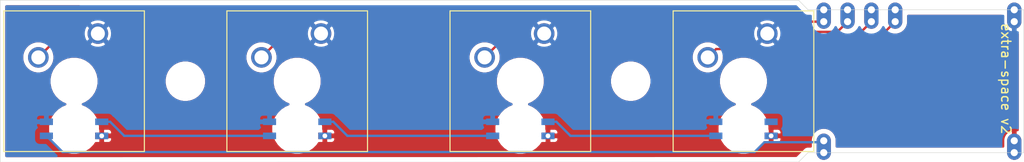
<source format=kicad_pcb>
(kicad_pcb (version 20171130) (host pcbnew "(5.1.7)-1")

  (general
    (thickness 1.6)
    (drawings 9)
    (tracks 31)
    (zones 0)
    (modules 7)
    (nets 12)
  )

  (page A4)
  (layers
    (0 F.Cu signal)
    (31 B.Cu signal)
    (32 B.Adhes user)
    (33 F.Adhes user)
    (34 B.Paste user)
    (35 F.Paste user)
    (36 B.SilkS user)
    (37 F.SilkS user)
    (38 B.Mask user)
    (39 F.Mask user)
    (40 Dwgs.User user)
    (41 Cmts.User user)
    (42 Eco1.User user)
    (43 Eco2.User user)
    (44 Edge.Cuts user)
    (45 Margin user)
    (46 B.CrtYd user)
    (47 F.CrtYd user)
    (48 B.Fab user)
    (49 F.Fab user)
  )

  (setup
    (last_trace_width 0.25)
    (trace_clearance 0.2)
    (zone_clearance 0.508)
    (zone_45_only no)
    (trace_min 0.2)
    (via_size 0.8)
    (via_drill 0.4)
    (via_min_size 0.4)
    (via_min_drill 0.3)
    (uvia_size 0.3)
    (uvia_drill 0.1)
    (uvias_allowed no)
    (uvia_min_size 0.2)
    (uvia_min_drill 0.1)
    (edge_width 0.05)
    (segment_width 0.2)
    (pcb_text_width 0.3)
    (pcb_text_size 1.5 1.5)
    (mod_edge_width 0.12)
    (mod_text_size 1 1)
    (mod_text_width 0.15)
    (pad_size 1.524 3.048)
    (pad_drill 0.762)
    (pad_to_mask_clearance 0)
    (aux_axis_origin 93.484762 101.426)
    (grid_origin 93.484762 101.426)
    (visible_elements 7FFFFFFF)
    (pcbplotparams
      (layerselection 0x010fc_ffffffff)
      (usegerberextensions false)
      (usegerberattributes true)
      (usegerberadvancedattributes true)
      (creategerberjobfile true)
      (excludeedgelayer true)
      (linewidth 0.100000)
      (plotframeref false)
      (viasonmask false)
      (mode 1)
      (useauxorigin false)
      (hpglpennumber 1)
      (hpglpenspeed 20)
      (hpglpendiameter 15.000000)
      (psnegative false)
      (psa4output false)
      (plotreference true)
      (plotvalue true)
      (plotinvisibletext false)
      (padsonsilk false)
      (subtractmaskfromsilk false)
      (outputformat 1)
      (mirror false)
      (drillshape 0)
      (scaleselection 1)
      (outputdirectory ""))
  )

  (net 0 "")
  (net 1 SW1)
  (net 2 GND)
  (net 3 "Net-(CMXRGB1-Pad4)")
  (net 4 "Net-(CMXRGB1-Pad5)")
  (net 5 +5V)
  (net 6 "Net-(CMXRGB2-Pad4)")
  (net 7 SW2)
  (net 8 SW3)
  (net 9 "Net-(CMXRGB3-Pad4)")
  (net 10 "Net-(CMXRGB4-Pad4)")
  (net 11 SW4)

  (net_class Default "This is the default net class."
    (clearance 0.2)
    (trace_width 0.25)
    (via_dia 0.8)
    (via_drill 0.4)
    (uvia_dia 0.3)
    (uvia_drill 0.1)
    (add_net +5V)
    (add_net GND)
    (add_net "Net-(CMXRGB1-Pad4)")
    (add_net "Net-(CMXRGB1-Pad5)")
    (add_net "Net-(CMXRGB2-Pad4)")
    (add_net "Net-(CMXRGB3-Pad4)")
    (add_net "Net-(CMXRGB4-Pad4)")
    (add_net SW1)
    (add_net SW2)
    (add_net SW3)
    (add_net SW4)
  )

  (module Switch_Cherry_MX:CHERRY_RGB (layer F.Cu) (tedit 5F7E35B3) (tstamp 5F7BA925)
    (at 172.758762 92.79)
    (path /5F73ED7E)
    (fp_text reference CMXRGB4 (at 0 -3.5) (layer F.SilkS) hide
      (effects (font (size 1 1) (thickness 0.15)))
    )
    (fp_text value CHERRY_RGB (at 5 0 -90) (layer F.Fab)
      (effects (font (size 1 1) (thickness 0.15)))
    )
    (fp_line (start 7.5 7.5) (end 7.5 -7.5) (layer F.SilkS) (width 0.12))
    (fp_line (start 7.5 -7.5) (end -7.5 -7.5) (layer F.SilkS) (width 0.12))
    (fp_line (start -7.5 -7.5) (end -7.5 7.5) (layer F.SilkS) (width 0.12))
    (fp_line (start -7.5 7.5) (end 7.5 7.5) (layer F.SilkS) (width 0.12))
    (pad "" np_thru_hole circle (at 0 5.08) (size 4.3 4.3) (drill 4.3) (layers *.Cu *.Mask)
      (clearance 0.1))
    (pad "" np_thru_hole circle (at 0 0) (size 4 4) (drill 4) (layers *.Cu *.Mask))
    (pad 6 thru_hole rect (at 2.95 5.83) (size 1.4 0.7) (drill 0.5) (layers *.Cu *.Mask)
      (net 5 +5V) (clearance 0.1))
    (pad 5 smd rect (at -2.95 5.83) (size 1.4 0.7) (layers B.Cu B.Mask)
      (net 9 "Net-(CMXRGB3-Pad4)") (clearance 0.1))
    (pad 4 smd rect (at 2.95 4.33) (size 1.4 0.7) (layers B.Cu B.Mask)
      (net 10 "Net-(CMXRGB4-Pad4)") (clearance 0.1))
    (pad 3 smd rect (at -2.95 4.33) (size 1.4 0.7) (layers B.Cu B.Mask)
      (net 2 GND) (clearance 0.1))
    (pad 2 thru_hole circle (at 2.54 -5.08) (size 2.2 2.2) (drill 1.5) (layers *.Cu *.Mask)
      (net 2 GND))
    (pad 1 thru_hole circle (at -3.81 -2.54) (size 2.2 2.2) (drill 1.5) (layers *.Cu *.Mask)
      (net 11 SW4))
  )

  (module Switch_Cherry_MX:CHERRY_RGB (layer F.Cu) (tedit 5F7E35A6) (tstamp 5F73F167)
    (at 148.958762 92.79)
    (path /5F72E727)
    (fp_text reference CMXRGB3 (at 0 -3.5) (layer F.SilkS) hide
      (effects (font (size 1 1) (thickness 0.15)))
    )
    (fp_text value CHERRY_RGB (at 5 0 -90) (layer F.Fab)
      (effects (font (size 1 1) (thickness 0.15)))
    )
    (fp_line (start 7.5 7.5) (end 7.5 -7.5) (layer F.SilkS) (width 0.12))
    (fp_line (start 7.5 -7.5) (end -7.5 -7.5) (layer F.SilkS) (width 0.12))
    (fp_line (start -7.5 -7.5) (end -7.5 7.5) (layer F.SilkS) (width 0.12))
    (fp_line (start -7.5 7.5) (end 7.5 7.5) (layer F.SilkS) (width 0.12))
    (pad "" np_thru_hole circle (at 0 5.08) (size 4.3 4.3) (drill 4.3) (layers *.Cu *.Mask)
      (clearance 0.1))
    (pad "" np_thru_hole circle (at 0 0) (size 4 4) (drill 4) (layers *.Cu *.Mask))
    (pad 6 thru_hole rect (at 2.95 5.83) (size 1.4 0.7) (drill 0.5) (layers *.Cu *.Mask)
      (net 5 +5V) (clearance 0.1))
    (pad 5 smd rect (at -2.95 5.83) (size 1.4 0.7) (layers B.Cu B.Mask)
      (net 6 "Net-(CMXRGB2-Pad4)") (clearance 0.1))
    (pad 4 smd rect (at 2.95 4.33) (size 1.4 0.7) (layers B.Cu B.Mask)
      (net 9 "Net-(CMXRGB3-Pad4)") (clearance 0.1))
    (pad 3 smd rect (at -2.95 4.33) (size 1.4 0.7) (layers B.Cu B.Mask)
      (net 2 GND) (clearance 0.1))
    (pad 2 thru_hole circle (at 2.54 -5.08) (size 2.2 2.2) (drill 1.5) (layers *.Cu *.Mask)
      (net 2 GND))
    (pad 1 thru_hole circle (at -3.81 -2.54) (size 2.2 2.2) (drill 1.5) (layers *.Cu *.Mask)
      (net 8 SW3))
  )

  (module Switch_Cherry_MX:CHERRY_RGB (layer F.Cu) (tedit 5F7E359D) (tstamp 5F73F153)
    (at 125.158762 92.79)
    (path /5F72DBAC)
    (fp_text reference CMXRGB2 (at 0 -3.5) (layer F.SilkS) hide
      (effects (font (size 1 1) (thickness 0.15)))
    )
    (fp_text value CHERRY_RGB (at 5 0 -90) (layer F.Fab)
      (effects (font (size 1 1) (thickness 0.15)))
    )
    (fp_line (start 7.5 7.5) (end 7.5 -7.5) (layer F.SilkS) (width 0.12))
    (fp_line (start 7.5 -7.5) (end -7.5 -7.5) (layer F.SilkS) (width 0.12))
    (fp_line (start -7.5 -7.5) (end -7.5 7.5) (layer F.SilkS) (width 0.12))
    (fp_line (start -7.5 7.5) (end 7.5 7.5) (layer F.SilkS) (width 0.12))
    (pad "" np_thru_hole circle (at 0 5.08) (size 4.3 4.3) (drill 4.3) (layers *.Cu *.Mask)
      (clearance 0.1))
    (pad "" np_thru_hole circle (at 0 0) (size 4 4) (drill 4) (layers *.Cu *.Mask))
    (pad 6 thru_hole rect (at 2.95 5.83) (size 1.4 0.7) (drill 0.5) (layers *.Cu *.Mask)
      (net 5 +5V) (clearance 0.1))
    (pad 5 smd rect (at -2.95 5.83) (size 1.4 0.7) (layers B.Cu B.Mask)
      (net 3 "Net-(CMXRGB1-Pad4)") (clearance 0.1))
    (pad 4 smd rect (at 2.95 4.33) (size 1.4 0.7) (layers B.Cu B.Mask)
      (net 6 "Net-(CMXRGB2-Pad4)") (clearance 0.1))
    (pad 3 smd rect (at -2.95 4.33) (size 1.4 0.7) (layers B.Cu B.Mask)
      (net 2 GND) (clearance 0.1))
    (pad 2 thru_hole circle (at 2.54 -5.08) (size 2.2 2.2) (drill 1.5) (layers *.Cu *.Mask)
      (net 2 GND))
    (pad 1 thru_hole circle (at -3.81 -2.54) (size 2.2 2.2) (drill 1.5) (layers *.Cu *.Mask)
      (net 7 SW2))
  )

  (module Switch_Cherry_MX:CHERRY_RGB (layer F.Cu) (tedit 5F7E358A) (tstamp 5F73F13F)
    (at 101.358762 92.79)
    (path /5F72CC93)
    (fp_text reference CMXRGB1 (at 0 -3.5) (layer F.SilkS) hide
      (effects (font (size 1 1) (thickness 0.15)))
    )
    (fp_text value CHERRY_RGB (at 5 0 -90) (layer F.Fab)
      (effects (font (size 1 1) (thickness 0.15)))
    )
    (fp_line (start 7.5 7.5) (end 7.5 -7.5) (layer F.SilkS) (width 0.12))
    (fp_line (start 7.5 -7.5) (end -7.5 -7.5) (layer F.SilkS) (width 0.12))
    (fp_line (start -7.5 -7.5) (end -7.5 7.5) (layer F.SilkS) (width 0.12))
    (fp_line (start -7.5 7.5) (end 7.5 7.5) (layer F.SilkS) (width 0.12))
    (pad "" np_thru_hole circle (at 0 5.08) (size 4.3 4.3) (drill 4.3) (layers *.Cu *.Mask)
      (clearance 0.1))
    (pad "" np_thru_hole circle (at 0 0) (size 4 4) (drill 4) (layers *.Cu *.Mask))
    (pad 6 thru_hole rect (at 2.95 5.83) (size 1.4 0.7) (drill 0.5) (layers *.Cu *.Mask)
      (net 5 +5V) (clearance 0.1))
    (pad 5 smd rect (at -2.95 5.83) (size 1.4 0.7) (layers B.Cu B.Mask)
      (net 4 "Net-(CMXRGB1-Pad5)") (clearance 0.1))
    (pad 4 smd rect (at 2.95 4.33) (size 1.4 0.7) (layers B.Cu B.Mask)
      (net 3 "Net-(CMXRGB1-Pad4)") (clearance 0.1))
    (pad 3 smd rect (at -2.95 4.33) (size 1.4 0.7) (layers B.Cu B.Mask)
      (net 2 GND) (clearance 0.1))
    (pad 2 thru_hole circle (at 2.54 -5.08) (size 2.2 2.2) (drill 1.5) (layers *.Cu *.Mask)
      (net 2 GND))
    (pad 1 thru_hole circle (at -3.81 -2.54) (size 2.2 2.2) (drill 1.5) (layers *.Cu *.Mask)
      (net 1 SW1))
  )

  (module Arduino_Custom:extra-space_pro_micro (layer F.Cu) (tedit 5F7B99FF) (tstamp 5F7BAA14)
    (at 191.480762 92.79)
    (path /5F774D33)
    (fp_text reference U1 (at 0 5.08) (layer F.SilkS) hide
      (effects (font (size 1 1) (thickness 0.15)))
    )
    (fp_text value extra-space_pro_micro (at 0 -5.08) (layer F.Fab)
      (effects (font (size 1 1) (thickness 0.15)))
    )
    (pad GND thru_hole oval (at 10.16 -6.35 180) (size 1.524 2.794) (drill 0.762 (offset 0 0.635)) (layers *.Cu *.Mask)
      (net 2 GND))
    (pad 6 thru_hole oval (at -2.54 -6.35 180) (size 1.524 2.794) (drill 0.762 (offset 0 0.635)) (layers *.Cu *.Mask)
      (net 11 SW4))
    (pad 7 thru_hole oval (at -5.08 -6.35 180) (size 1.524 2.794) (drill 0.762 (offset 0 0.635)) (layers *.Cu *.Mask)
      (net 8 SW3))
    (pad 8 thru_hole oval (at -7.62 -6.35 180) (size 1.524 2.794) (drill 0.762 (offset 0 0.635)) (layers *.Cu *.Mask)
      (net 7 SW2))
    (pad 9 thru_hole oval (at -10.16 -6.35 180) (size 1.524 2.794) (drill 0.762 (offset 0 0.635)) (layers *.Cu *.Mask)
      (net 1 SW1))
    (pad 10 thru_hole oval (at -10.16 6.35) (size 1.524 2.794) (drill 0.762 (offset 0 0.635)) (layers *.Cu *.Mask)
      (net 4 "Net-(CMXRGB1-Pad5)"))
    (pad VCC thru_hole oval (at 10.16 6.35) (size 1.524 2.794) (drill 0.762 (offset 0 0.635)) (layers *.Cu *.Mask)
      (net 5 +5V))
    (pad 10 thru_hole circle (at -10.16 7.62) (size 1.524 1.524) (drill 0.762) (layers *.Cu *.Mask)
      (net 4 "Net-(CMXRGB1-Pad5)"))
    (pad 9 thru_hole circle (at -10.16 -7.62) (size 1.524 1.524) (drill 0.762) (layers *.Cu *.Mask)
      (net 1 SW1))
    (pad 8 thru_hole circle (at -7.62 -7.62) (size 1.524 1.524) (drill 0.762) (layers *.Cu *.Mask)
      (net 7 SW2))
    (pad 7 thru_hole circle (at -5.08 -7.62) (size 1.524 1.524) (drill 0.762) (layers *.Cu *.Mask)
      (net 8 SW3))
    (pad 6 thru_hole circle (at -2.54 -7.62) (size 1.524 1.524) (drill 0.762) (layers *.Cu *.Mask)
      (net 11 SW4))
    (pad VCC thru_hole circle (at 10.16 7.62) (size 1.524 1.524) (drill 0.762) (layers *.Cu *.Mask)
      (net 5 +5V))
    (pad GND thru_hole circle (at 10.16 -7.62) (size 1.524 1.524) (drill 0.762) (layers *.Cu *.Mask)
      (net 2 GND))
  )

  (module MountingHole:MountingHole_3.2mm_M3 (layer F.Cu) (tedit 56D1B4CB) (tstamp 5F756D65)
    (at 160.733762 92.79)
    (descr "Mounting Hole 3.2mm, no annular, M3")
    (tags "mounting hole 3.2mm no annular m3")
    (attr virtual)
    (fp_text reference REF** (at 0 -4.2) (layer F.SilkS) hide
      (effects (font (size 1 1) (thickness 0.15)))
    )
    (fp_text value MountingHole_3.2mm_M3 (at 0 4.2) (layer F.Fab) hide
      (effects (font (size 1 1) (thickness 0.15)))
    )
    (fp_circle (center 0 0) (end 3.2 0) (layer Cmts.User) (width 0.15))
    (fp_circle (center 0 0) (end 3.45 0) (layer F.CrtYd) (width 0.05))
    (pad 1 np_thru_hole circle (at 0 0) (size 3.2 3.2) (drill 3.2) (layers *.Cu *.Mask))
  )

  (module MountingHole:MountingHole_3.2mm_M3 (layer F.Cu) (tedit 5F750A6B) (tstamp 5F756D3A)
    (at 113.233762 92.79)
    (descr "Mounting Hole 3.2mm, no annular, M3")
    (tags "mounting hole 3.2mm no annular m3")
    (attr virtual)
    (fp_text reference REF** (at 0 -4.2) (layer F.SilkS) hide
      (effects (font (size 1 1) (thickness 0.15)))
    )
    (fp_text value MountingHole_3.2mm_M3 (at 0 4.2) (layer F.Fab) hide
      (effects (font (size 1 1) (thickness 0.15)))
    )
    (fp_circle (center 0 0) (end 3.2 0) (layer Cmts.User) (width 0.15))
    (fp_circle (center 0 0) (end 3.45 0) (layer F.CrtYd) (width 0.05))
    (pad "" np_thru_hole circle (at 0 0) (size 3.2 3.2) (drill 3.2) (layers *.Cu *.Mask))
  )

  (gr_line (start 179.640762 85.17) (end 202.656762 85.17) (layer Edge.Cuts) (width 0.05) (tstamp 5F7BA8E1))
  (gr_line (start 178.640762 84.154) (end 179.640762 85.17) (layer Edge.Cuts) (width 0.05))
  (gr_line (start 179.640762 100.41) (end 202.656762 100.41) (layer Edge.Cuts) (width 0.05) (tstamp 5F7BA8DE))
  (gr_line (start 178.640762 101.41) (end 179.640762 100.41) (layer Edge.Cuts) (width 0.05))
  (gr_text "extra-space v2" (at 200.751762 92.536 270) (layer F.SilkS) (tstamp 5F7BA8D8)
    (effects (font (size 1 1) (thickness 0.15)))
  )
  (gr_line (start 93.484762 101.426) (end 93.484762 84.154) (layer Edge.Cuts) (width 0.05) (tstamp 5F73F896))
  (gr_line (start 178.640762 101.41) (end 93.484762 101.426) (layer Edge.Cuts) (width 0.05))
  (gr_line (start 202.656762 85.17) (end 202.656762 100.41) (layer Edge.Cuts) (width 0.05) (tstamp 5F7BA8DB))
  (gr_line (start 178.640762 84.154) (end 93.484762 84.154) (layer Edge.Cuts) (width 0.05))

  (segment (start 102.882762 84.916) (end 97.548762 90.25) (width 0.25) (layer F.Cu) (net 1))
  (segment (start 179.847582 86.44) (end 178.323584 84.916) (width 0.25) (layer F.Cu) (net 1))
  (segment (start 181.320762 86.44) (end 179.847582 86.44) (width 0.25) (layer F.Cu) (net 1))
  (segment (start 178.323584 84.916) (end 102.882762 84.916) (width 0.25) (layer F.Cu) (net 1))
  (segment (start 106.708762 98.62) (end 122.558762 98.62) (width 0.25) (layer B.Cu) (net 3))
  (segment (start 105.208762 97.12) (end 106.708762 98.62) (width 0.25) (layer B.Cu) (net 3))
  (segment (start 103.958762 97.12) (end 105.208762 97.12) (width 0.25) (layer B.Cu) (net 3))
  (segment (start 174.996763 99.295001) (end 181.165761 99.295001) (width 0.25) (layer B.Cu) (net 4))
  (segment (start 173.946763 100.345001) (end 174.996763 99.295001) (width 0.25) (layer B.Cu) (net 4))
  (segment (start 100.133763 100.345001) (end 173.946763 100.345001) (width 0.25) (layer B.Cu) (net 4))
  (segment (start 181.165761 99.295001) (end 181.320762 99.14) (width 0.25) (layer B.Cu) (net 4))
  (segment (start 98.408762 98.62) (end 100.133763 100.345001) (width 0.25) (layer B.Cu) (net 4))
  (segment (start 130.508762 98.62) (end 146.358762 98.62) (width 0.25) (layer B.Cu) (net 6))
  (segment (start 129.008762 97.12) (end 130.508762 98.62) (width 0.25) (layer B.Cu) (net 6))
  (segment (start 127.758762 97.12) (end 129.008762 97.12) (width 0.25) (layer B.Cu) (net 6))
  (segment (start 182.773752 87.52701) (end 180.298182 87.52701) (width 0.25) (layer F.Cu) (net 7))
  (segment (start 126.232751 85.366011) (end 121.348762 90.25) (width 0.25) (layer F.Cu) (net 7))
  (segment (start 178.137184 85.366011) (end 126.232751 85.366011) (width 0.25) (layer F.Cu) (net 7))
  (segment (start 180.298182 87.52701) (end 178.137184 85.366011) (width 0.25) (layer F.Cu) (net 7))
  (segment (start 183.860762 86.44) (end 182.773752 87.52701) (width 0.25) (layer F.Cu) (net 7))
  (segment (start 145.148762 90.25) (end 149.58274 85.816022) (width 0.25) (layer F.Cu) (net 8))
  (segment (start 177.950784 85.816022) (end 180.111783 87.977021) (width 0.25) (layer F.Cu) (net 8))
  (segment (start 184.863741 87.977021) (end 186.400762 86.44) (width 0.25) (layer F.Cu) (net 8))
  (segment (start 149.58274 85.816022) (end 177.950784 85.816022) (width 0.25) (layer F.Cu) (net 8))
  (segment (start 180.111783 87.977021) (end 184.863741 87.977021) (width 0.25) (layer F.Cu) (net 8))
  (segment (start 154.308762 98.62) (end 170.158762 98.62) (width 0.25) (layer B.Cu) (net 9))
  (segment (start 152.808762 97.12) (end 154.308762 98.62) (width 0.25) (layer B.Cu) (net 9))
  (segment (start 151.558762 97.12) (end 152.808762 97.12) (width 0.25) (layer B.Cu) (net 9))
  (segment (start 186.019762 89.361) (end 188.940762 86.44) (width 0.25) (layer F.Cu) (net 11))
  (segment (start 169.837762 89.361) (end 186.019762 89.361) (width 0.25) (layer F.Cu) (net 11))
  (segment (start 168.948762 90.25) (end 169.837762 89.361) (width 0.25) (layer F.Cu) (net 11))

  (zone (net 2) (net_name GND) (layer B.Cu) (tstamp 5F8FAE51) (hatch edge 0.508)
    (connect_pads (clearance 0.508))
    (min_thickness 0.254)
    (fill yes (arc_segments 32) (thermal_gap 0.3) (thermal_bridge_width 0.508))
    (polygon
      (pts
        (xy 202.640762 101.41) (xy 93.484762 101.426) (xy 93.484762 84.154) (xy 202.640762 84.154)
      )
    )
    (filled_polygon
      (pts
        (xy 179.149483 85.611738) (xy 179.171814 85.638948) (xy 179.220049 85.678534) (xy 179.267947 85.718483) (xy 179.270267 85.719747)
        (xy 179.272312 85.721425) (xy 179.327365 85.750851) (xy 179.382114 85.780676) (xy 179.384636 85.781463) (xy 179.386969 85.78271)
        (xy 179.446713 85.800833) (xy 179.50622 85.819402) (xy 179.508846 85.819682) (xy 179.511379 85.82045) (xy 179.573565 85.826575)
        (xy 179.635498 85.833171) (xy 179.670545 85.83) (xy 179.923762 85.83) (xy 179.923762 86.508624) (xy 179.943976 86.713859)
        (xy 180.023858 86.977194) (xy 180.153579 87.219886) (xy 180.328154 87.432607) (xy 180.540875 87.607183) (xy 180.783567 87.736904)
        (xy 181.046902 87.816786) (xy 181.320762 87.843759) (xy 181.594621 87.816786) (xy 181.857956 87.736904) (xy 182.100648 87.607183)
        (xy 182.313369 87.432608) (xy 182.487945 87.219887) (xy 182.590762 87.027529) (xy 182.693579 87.219886) (xy 182.868154 87.432607)
        (xy 183.080875 87.607183) (xy 183.323567 87.736904) (xy 183.586902 87.816786) (xy 183.860762 87.843759) (xy 184.134621 87.816786)
        (xy 184.397956 87.736904) (xy 184.640648 87.607183) (xy 184.853369 87.432608) (xy 185.027945 87.219887) (xy 185.130762 87.027529)
        (xy 185.233579 87.219886) (xy 185.408154 87.432607) (xy 185.620875 87.607183) (xy 185.863567 87.736904) (xy 186.126902 87.816786)
        (xy 186.400762 87.843759) (xy 186.674621 87.816786) (xy 186.937956 87.736904) (xy 187.180648 87.607183) (xy 187.393369 87.432608)
        (xy 187.567945 87.219887) (xy 187.670762 87.027529) (xy 187.773579 87.219886) (xy 187.948154 87.432607) (xy 188.160875 87.607183)
        (xy 188.403567 87.736904) (xy 188.666902 87.816786) (xy 188.940762 87.843759) (xy 189.214621 87.816786) (xy 189.477956 87.736904)
        (xy 189.720648 87.607183) (xy 189.933369 87.432608) (xy 190.107945 87.219887) (xy 190.237666 86.977195) (xy 190.317548 86.71386)
        (xy 190.337762 86.508625) (xy 190.337762 85.83) (xy 200.451762 85.83) (xy 200.451762 86.567) (xy 200.499385 86.796522)
        (xy 200.59087 87.012343) (xy 200.722702 87.206169) (xy 200.889814 87.370552) (xy 201.085785 87.499174) (xy 201.303083 87.587093)
        (xy 201.330389 87.587776) (xy 201.513762 87.514773) (xy 201.513762 86.355639) (xy 201.721024 86.362055) (xy 201.767762 86.354253)
        (xy 201.767762 87.514773) (xy 201.951135 87.587776) (xy 201.978441 87.587093) (xy 201.996762 87.57968) (xy 201.996763 97.788132)
        (xy 201.914621 97.763214) (xy 201.640762 97.736241) (xy 201.366902 97.763214) (xy 201.103567 97.843096) (xy 200.860875 97.972817)
        (xy 200.648154 98.147393) (xy 200.473579 98.360114) (xy 200.343858 98.602806) (xy 200.263976 98.866141) (xy 200.243762 99.071376)
        (xy 200.243762 99.75) (xy 182.717762 99.75) (xy 182.717762 99.071375) (xy 182.697548 98.86614) (xy 182.617666 98.602805)
        (xy 182.487945 98.360113) (xy 182.313369 98.147392) (xy 182.100648 97.972817) (xy 181.857956 97.843096) (xy 181.594621 97.763214)
        (xy 181.320762 97.736241) (xy 181.046902 97.763214) (xy 180.783567 97.843096) (xy 180.540875 97.972817) (xy 180.328154 98.147393)
        (xy 180.153579 98.360114) (xy 180.0601 98.535001) (xy 177.046834 98.535001) (xy 177.046834 98.27) (xy 177.034574 98.145518)
        (xy 176.998264 98.02582) (xy 176.939299 97.915506) (xy 176.901953 97.87) (xy 176.939299 97.824494) (xy 176.998264 97.71418)
        (xy 177.034574 97.594482) (xy 177.046834 97.47) (xy 177.046834 96.77) (xy 177.034574 96.645518) (xy 176.998264 96.52582)
        (xy 176.939299 96.415506) (xy 176.859947 96.318815) (xy 176.763256 96.239463) (xy 176.652942 96.180498) (xy 176.533244 96.144188)
        (xy 176.408762 96.131928) (xy 175.008762 96.131928) (xy 174.950729 96.137644) (xy 174.922012 96.094666) (xy 174.534096 95.70675)
        (xy 174.077954 95.401965) (xy 173.708231 95.248821) (xy 174.006903 95.125107) (xy 174.438477 94.836738) (xy 174.8055 94.469715)
        (xy 175.093869 94.038141) (xy 175.292501 93.558601) (xy 175.393762 93.049525) (xy 175.393762 92.530475) (xy 175.292501 92.021399)
        (xy 175.093869 91.541859) (xy 174.8055 91.110285) (xy 174.438477 90.743262) (xy 174.006903 90.454893) (xy 173.527363 90.256261)
        (xy 173.018287 90.155) (xy 172.499237 90.155) (xy 171.990161 90.256261) (xy 171.510621 90.454893) (xy 171.079047 90.743262)
        (xy 170.712024 91.110285) (xy 170.423655 91.541859) (xy 170.225023 92.021399) (xy 170.123762 92.530475) (xy 170.123762 93.049525)
        (xy 170.225023 93.558601) (xy 170.423655 94.038141) (xy 170.712024 94.469715) (xy 171.079047 94.836738) (xy 171.510621 95.125107)
        (xy 171.809293 95.248821) (xy 171.43957 95.401965) (xy 170.983428 95.70675) (xy 170.595512 96.094666) (xy 170.43073 96.34128)
        (xy 170.042512 96.343) (xy 169.935762 96.44975) (xy 169.935762 96.993) (xy 169.955762 96.993) (xy 169.955762 97.247)
        (xy 169.935762 97.247) (xy 169.935762 97.267) (xy 169.681762 97.267) (xy 169.681762 97.247) (xy 168.788512 97.247)
        (xy 168.681762 97.35375) (xy 168.679696 97.47) (xy 168.68794 97.553707) (xy 168.712357 97.634196) (xy 168.752007 97.708376)
        (xy 168.77043 97.730824) (xy 168.754268 97.739463) (xy 168.657577 97.818815) (xy 168.623777 97.86) (xy 154.623564 97.86)
        (xy 153.533564 96.77) (xy 168.679696 96.77) (xy 168.681762 96.88625) (xy 168.788512 96.993) (xy 169.681762 96.993)
        (xy 169.681762 96.44975) (xy 169.575012 96.343) (xy 169.108762 96.340934) (xy 169.025055 96.349178) (xy 168.944566 96.373595)
        (xy 168.870386 96.413245) (xy 168.805367 96.466605) (xy 168.752007 96.531624) (xy 168.712357 96.605804) (xy 168.68794 96.686293)
        (xy 168.679696 96.77) (xy 153.533564 96.77) (xy 153.372566 96.609003) (xy 153.348763 96.579999) (xy 153.233038 96.485026)
        (xy 153.153828 96.442686) (xy 153.139299 96.415506) (xy 153.059947 96.318815) (xy 152.963256 96.239463) (xy 152.852942 96.180498)
        (xy 152.733244 96.144188) (xy 152.608762 96.131928) (xy 151.208762 96.131928) (xy 151.150729 96.137644) (xy 151.122012 96.094666)
        (xy 150.734096 95.70675) (xy 150.277954 95.401965) (xy 149.908231 95.248821) (xy 150.206903 95.125107) (xy 150.638477 94.836738)
        (xy 151.0055 94.469715) (xy 151.293869 94.038141) (xy 151.492501 93.558601) (xy 151.593762 93.049525) (xy 151.593762 92.569872)
        (xy 158.498762 92.569872) (xy 158.498762 93.010128) (xy 158.584652 93.441925) (xy 158.753131 93.848669) (xy 158.997724 94.214729)
        (xy 159.309033 94.526038) (xy 159.675093 94.770631) (xy 160.081837 94.93911) (xy 160.513634 95.025) (xy 160.95389 95.025)
        (xy 161.385687 94.93911) (xy 161.792431 94.770631) (xy 162.158491 94.526038) (xy 162.4698 94.214729) (xy 162.714393 93.848669)
        (xy 162.882872 93.441925) (xy 162.968762 93.010128) (xy 162.968762 92.569872) (xy 162.882872 92.138075) (xy 162.714393 91.731331)
        (xy 162.4698 91.365271) (xy 162.158491 91.053962) (xy 161.792431 90.809369) (xy 161.385687 90.64089) (xy 160.95389 90.555)
        (xy 160.513634 90.555) (xy 160.081837 90.64089) (xy 159.675093 90.809369) (xy 159.309033 91.053962) (xy 158.997724 91.365271)
        (xy 158.753131 91.731331) (xy 158.584652 92.138075) (xy 158.498762 92.569872) (xy 151.593762 92.569872) (xy 151.593762 92.530475)
        (xy 151.492501 92.021399) (xy 151.293869 91.541859) (xy 151.0055 91.110285) (xy 150.638477 90.743262) (xy 150.206903 90.454893)
        (xy 149.727363 90.256261) (xy 149.218287 90.155) (xy 148.699237 90.155) (xy 148.190161 90.256261) (xy 147.710621 90.454893)
        (xy 147.279047 90.743262) (xy 146.912024 91.110285) (xy 146.623655 91.541859) (xy 146.425023 92.021399) (xy 146.323762 92.530475)
        (xy 146.323762 93.049525) (xy 146.425023 93.558601) (xy 146.623655 94.038141) (xy 146.912024 94.469715) (xy 147.279047 94.836738)
        (xy 147.710621 95.125107) (xy 148.009293 95.248821) (xy 147.63957 95.401965) (xy 147.183428 95.70675) (xy 146.795512 96.094666)
        (xy 146.63073 96.34128) (xy 146.242512 96.343) (xy 146.135762 96.44975) (xy 146.135762 96.993) (xy 146.155762 96.993)
        (xy 146.155762 97.247) (xy 146.135762 97.247) (xy 146.135762 97.267) (xy 145.881762 97.267) (xy 145.881762 97.247)
        (xy 144.988512 97.247) (xy 144.881762 97.35375) (xy 144.879696 97.47) (xy 144.88794 97.553707) (xy 144.912357 97.634196)
        (xy 144.952007 97.708376) (xy 144.97043 97.730824) (xy 144.954268 97.739463) (xy 144.857577 97.818815) (xy 144.823777 97.86)
        (xy 130.823564 97.86) (xy 129.733564 96.77) (xy 144.879696 96.77) (xy 144.881762 96.88625) (xy 144.988512 96.993)
        (xy 145.881762 96.993) (xy 145.881762 96.44975) (xy 145.775012 96.343) (xy 145.308762 96.340934) (xy 145.225055 96.349178)
        (xy 145.144566 96.373595) (xy 145.070386 96.413245) (xy 145.005367 96.466605) (xy 144.952007 96.531624) (xy 144.912357 96.605804)
        (xy 144.88794 96.686293) (xy 144.879696 96.77) (xy 129.733564 96.77) (xy 129.572566 96.609003) (xy 129.548763 96.579999)
        (xy 129.433038 96.485026) (xy 129.353828 96.442686) (xy 129.339299 96.415506) (xy 129.259947 96.318815) (xy 129.163256 96.239463)
        (xy 129.052942 96.180498) (xy 128.933244 96.144188) (xy 128.808762 96.131928) (xy 127.408762 96.131928) (xy 127.350729 96.137644)
        (xy 127.322012 96.094666) (xy 126.934096 95.70675) (xy 126.477954 95.401965) (xy 126.108231 95.248821) (xy 126.406903 95.125107)
        (xy 126.838477 94.836738) (xy 127.2055 94.469715) (xy 127.493869 94.038141) (xy 127.692501 93.558601) (xy 127.793762 93.049525)
        (xy 127.793762 92.530475) (xy 127.692501 92.021399) (xy 127.493869 91.541859) (xy 127.2055 91.110285) (xy 126.838477 90.743262)
        (xy 126.406903 90.454893) (xy 125.927363 90.256261) (xy 125.418287 90.155) (xy 124.899237 90.155) (xy 124.390161 90.256261)
        (xy 123.910621 90.454893) (xy 123.479047 90.743262) (xy 123.112024 91.110285) (xy 122.823655 91.541859) (xy 122.625023 92.021399)
        (xy 122.523762 92.530475) (xy 122.523762 93.049525) (xy 122.625023 93.558601) (xy 122.823655 94.038141) (xy 123.112024 94.469715)
        (xy 123.479047 94.836738) (xy 123.910621 95.125107) (xy 124.209293 95.248821) (xy 123.83957 95.401965) (xy 123.383428 95.70675)
        (xy 122.995512 96.094666) (xy 122.83073 96.34128) (xy 122.442512 96.343) (xy 122.335762 96.44975) (xy 122.335762 96.993)
        (xy 122.355762 96.993) (xy 122.355762 97.247) (xy 122.335762 97.247) (xy 122.335762 97.267) (xy 122.081762 97.267)
        (xy 122.081762 97.247) (xy 121.188512 97.247) (xy 121.081762 97.35375) (xy 121.079696 97.47) (xy 121.08794 97.553707)
        (xy 121.112357 97.634196) (xy 121.152007 97.708376) (xy 121.17043 97.730824) (xy 121.154268 97.739463) (xy 121.057577 97.818815)
        (xy 121.023777 97.86) (xy 107.023564 97.86) (xy 105.933564 96.77) (xy 121.079696 96.77) (xy 121.081762 96.88625)
        (xy 121.188512 96.993) (xy 122.081762 96.993) (xy 122.081762 96.44975) (xy 121.975012 96.343) (xy 121.508762 96.340934)
        (xy 121.425055 96.349178) (xy 121.344566 96.373595) (xy 121.270386 96.413245) (xy 121.205367 96.466605) (xy 121.152007 96.531624)
        (xy 121.112357 96.605804) (xy 121.08794 96.686293) (xy 121.079696 96.77) (xy 105.933564 96.77) (xy 105.772566 96.609003)
        (xy 105.748763 96.579999) (xy 105.633038 96.485026) (xy 105.553828 96.442686) (xy 105.539299 96.415506) (xy 105.459947 96.318815)
        (xy 105.363256 96.239463) (xy 105.252942 96.180498) (xy 105.133244 96.144188) (xy 105.008762 96.131928) (xy 103.608762 96.131928)
        (xy 103.550729 96.137644) (xy 103.522012 96.094666) (xy 103.134096 95.70675) (xy 102.677954 95.401965) (xy 102.308231 95.248821)
        (xy 102.606903 95.125107) (xy 103.038477 94.836738) (xy 103.4055 94.469715) (xy 103.693869 94.038141) (xy 103.892501 93.558601)
        (xy 103.993762 93.049525) (xy 103.993762 92.569872) (xy 110.998762 92.569872) (xy 110.998762 93.010128) (xy 111.084652 93.441925)
        (xy 111.253131 93.848669) (xy 111.497724 94.214729) (xy 111.809033 94.526038) (xy 112.175093 94.770631) (xy 112.581837 94.93911)
        (xy 113.013634 95.025) (xy 113.45389 95.025) (xy 113.885687 94.93911) (xy 114.292431 94.770631) (xy 114.658491 94.526038)
        (xy 114.9698 94.214729) (xy 115.214393 93.848669) (xy 115.382872 93.441925) (xy 115.468762 93.010128) (xy 115.468762 92.569872)
        (xy 115.382872 92.138075) (xy 115.214393 91.731331) (xy 114.9698 91.365271) (xy 114.658491 91.053962) (xy 114.292431 90.809369)
        (xy 113.885687 90.64089) (xy 113.45389 90.555) (xy 113.013634 90.555) (xy 112.581837 90.64089) (xy 112.175093 90.809369)
        (xy 111.809033 91.053962) (xy 111.497724 91.365271) (xy 111.253131 91.731331) (xy 111.084652 92.138075) (xy 110.998762 92.569872)
        (xy 103.993762 92.569872) (xy 103.993762 92.530475) (xy 103.892501 92.021399) (xy 103.693869 91.541859) (xy 103.4055 91.110285)
        (xy 103.038477 90.743262) (xy 102.606903 90.454893) (xy 102.127363 90.256261) (xy 101.618287 90.155) (xy 101.099237 90.155)
        (xy 100.590161 90.256261) (xy 100.110621 90.454893) (xy 99.679047 90.743262) (xy 99.312024 91.110285) (xy 99.023655 91.541859)
        (xy 98.825023 92.021399) (xy 98.723762 92.530475) (xy 98.723762 93.049525) (xy 98.825023 93.558601) (xy 99.023655 94.038141)
        (xy 99.312024 94.469715) (xy 99.679047 94.836738) (xy 100.110621 95.125107) (xy 100.409293 95.248821) (xy 100.03957 95.401965)
        (xy 99.583428 95.70675) (xy 99.195512 96.094666) (xy 99.03073 96.34128) (xy 98.642512 96.343) (xy 98.535762 96.44975)
        (xy 98.535762 96.993) (xy 98.555762 96.993) (xy 98.555762 97.247) (xy 98.535762 97.247) (xy 98.535762 97.267)
        (xy 98.281762 97.267) (xy 98.281762 97.247) (xy 97.388512 97.247) (xy 97.281762 97.35375) (xy 97.279696 97.47)
        (xy 97.28794 97.553707) (xy 97.312357 97.634196) (xy 97.352007 97.708376) (xy 97.37043 97.730824) (xy 97.354268 97.739463)
        (xy 97.257577 97.818815) (xy 97.178225 97.915506) (xy 97.11926 98.02582) (xy 97.08295 98.145518) (xy 97.07069 98.27)
        (xy 97.07069 98.97) (xy 97.08295 99.094482) (xy 97.11926 99.21418) (xy 97.178225 99.324494) (xy 97.257577 99.421185)
        (xy 97.354268 99.500537) (xy 97.464582 99.559502) (xy 97.58428 99.595812) (xy 97.708762 99.608072) (xy 98.322033 99.608072)
        (xy 99.478835 100.764875) (xy 94.144762 100.765877) (xy 94.144762 96.77) (xy 97.279696 96.77) (xy 97.281762 96.88625)
        (xy 97.388512 96.993) (xy 98.281762 96.993) (xy 98.281762 96.44975) (xy 98.175012 96.343) (xy 97.708762 96.340934)
        (xy 97.625055 96.349178) (xy 97.544566 96.373595) (xy 97.470386 96.413245) (xy 97.405367 96.466605) (xy 97.352007 96.531624)
        (xy 97.312357 96.605804) (xy 97.28794 96.686293) (xy 97.279696 96.77) (xy 94.144762 96.77) (xy 94.144762 90.079117)
        (xy 95.813762 90.079117) (xy 95.813762 90.420883) (xy 95.880437 90.756081) (xy 96.011225 91.071831) (xy 96.201099 91.355998)
        (xy 96.442764 91.597663) (xy 96.726931 91.787537) (xy 97.042681 91.918325) (xy 97.377879 91.985) (xy 97.719645 91.985)
        (xy 98.054843 91.918325) (xy 98.370593 91.787537) (xy 98.65476 91.597663) (xy 98.896425 91.355998) (xy 99.086299 91.071831)
        (xy 99.217087 90.756081) (xy 99.283762 90.420883) (xy 99.283762 90.079117) (xy 119.613762 90.079117) (xy 119.613762 90.420883)
        (xy 119.680437 90.756081) (xy 119.811225 91.071831) (xy 120.001099 91.355998) (xy 120.242764 91.597663) (xy 120.526931 91.787537)
        (xy 120.842681 91.918325) (xy 121.177879 91.985) (xy 121.519645 91.985) (xy 121.854843 91.918325) (xy 122.170593 91.787537)
        (xy 122.45476 91.597663) (xy 122.696425 91.355998) (xy 122.886299 91.071831) (xy 123.017087 90.756081) (xy 123.083762 90.420883)
        (xy 123.083762 90.079117) (xy 143.413762 90.079117) (xy 143.413762 90.420883) (xy 143.480437 90.756081) (xy 143.611225 91.071831)
        (xy 143.801099 91.355998) (xy 144.042764 91.597663) (xy 144.326931 91.787537) (xy 144.642681 91.918325) (xy 144.977879 91.985)
        (xy 145.319645 91.985) (xy 145.654843 91.918325) (xy 145.970593 91.787537) (xy 146.25476 91.597663) (xy 146.496425 91.355998)
        (xy 146.686299 91.071831) (xy 146.817087 90.756081) (xy 146.883762 90.420883) (xy 146.883762 90.079117) (xy 167.213762 90.079117)
        (xy 167.213762 90.420883) (xy 167.280437 90.756081) (xy 167.411225 91.071831) (xy 167.601099 91.355998) (xy 167.842764 91.597663)
        (xy 168.126931 91.787537) (xy 168.442681 91.918325) (xy 168.777879 91.985) (xy 169.119645 91.985) (xy 169.454843 91.918325)
        (xy 169.770593 91.787537) (xy 170.05476 91.597663) (xy 170.296425 91.355998) (xy 170.486299 91.071831) (xy 170.617087 90.756081)
        (xy 170.683762 90.420883) (xy 170.683762 90.079117) (xy 170.617087 89.743919) (xy 170.486299 89.428169) (xy 170.296425 89.144002)
        (xy 170.05476 88.902337) (xy 169.909525 88.805294) (xy 174.383074 88.805294) (xy 174.50271 89.021736) (xy 174.773913 89.151833)
        (xy 175.065286 89.226521) (xy 175.365631 89.24293) (xy 175.663406 89.20043) (xy 175.947168 89.100653) (xy 176.094814 89.021736)
        (xy 176.21445 88.805294) (xy 175.298762 87.889605) (xy 174.383074 88.805294) (xy 169.909525 88.805294) (xy 169.770593 88.712463)
        (xy 169.454843 88.581675) (xy 169.119645 88.515) (xy 168.777879 88.515) (xy 168.442681 88.581675) (xy 168.126931 88.712463)
        (xy 167.842764 88.902337) (xy 167.601099 89.144002) (xy 167.411225 89.428169) (xy 167.280437 89.743919) (xy 167.213762 90.079117)
        (xy 146.883762 90.079117) (xy 146.817087 89.743919) (xy 146.686299 89.428169) (xy 146.496425 89.144002) (xy 146.25476 88.902337)
        (xy 146.109525 88.805294) (xy 150.583074 88.805294) (xy 150.70271 89.021736) (xy 150.973913 89.151833) (xy 151.265286 89.226521)
        (xy 151.565631 89.24293) (xy 151.863406 89.20043) (xy 152.147168 89.100653) (xy 152.294814 89.021736) (xy 152.41445 88.805294)
        (xy 151.498762 87.889605) (xy 150.583074 88.805294) (xy 146.109525 88.805294) (xy 145.970593 88.712463) (xy 145.654843 88.581675)
        (xy 145.319645 88.515) (xy 144.977879 88.515) (xy 144.642681 88.581675) (xy 144.326931 88.712463) (xy 144.042764 88.902337)
        (xy 143.801099 89.144002) (xy 143.611225 89.428169) (xy 143.480437 89.743919) (xy 143.413762 90.079117) (xy 123.083762 90.079117)
        (xy 123.017087 89.743919) (xy 122.886299 89.428169) (xy 122.696425 89.144002) (xy 122.45476 88.902337) (xy 122.309525 88.805294)
        (xy 126.783074 88.805294) (xy 126.90271 89.021736) (xy 127.173913 89.151833) (xy 127.465286 89.226521) (xy 127.765631 89.24293)
        (xy 128.063406 89.20043) (xy 128.347168 89.100653) (xy 128.494814 89.021736) (xy 128.61445 88.805294) (xy 127.698762 87.889605)
        (xy 126.783074 88.805294) (xy 122.309525 88.805294) (xy 122.170593 88.712463) (xy 121.854843 88.581675) (xy 121.519645 88.515)
        (xy 121.177879 88.515) (xy 120.842681 88.581675) (xy 120.526931 88.712463) (xy 120.242764 88.902337) (xy 120.001099 89.144002)
        (xy 119.811225 89.428169) (xy 119.680437 89.743919) (xy 119.613762 90.079117) (xy 99.283762 90.079117) (xy 99.217087 89.743919)
        (xy 99.086299 89.428169) (xy 98.896425 89.144002) (xy 98.65476 88.902337) (xy 98.509525 88.805294) (xy 102.983074 88.805294)
        (xy 103.10271 89.021736) (xy 103.373913 89.151833) (xy 103.665286 89.226521) (xy 103.965631 89.24293) (xy 104.263406 89.20043)
        (xy 104.547168 89.100653) (xy 104.694814 89.021736) (xy 104.81445 88.805294) (xy 103.898762 87.889605) (xy 102.983074 88.805294)
        (xy 98.509525 88.805294) (xy 98.370593 88.712463) (xy 98.054843 88.581675) (xy 97.719645 88.515) (xy 97.377879 88.515)
        (xy 97.042681 88.581675) (xy 96.726931 88.712463) (xy 96.442764 88.902337) (xy 96.201099 89.144002) (xy 96.011225 89.428169)
        (xy 95.880437 89.743919) (xy 95.813762 90.079117) (xy 94.144762 90.079117) (xy 94.144762 87.776869) (xy 102.365832 87.776869)
        (xy 102.408332 88.074644) (xy 102.508109 88.358406) (xy 102.587026 88.506052) (xy 102.803468 88.625688) (xy 103.719157 87.71)
        (xy 104.078367 87.71) (xy 104.994056 88.625688) (xy 105.210498 88.506052) (xy 105.340595 88.234849) (xy 105.415283 87.943476)
        (xy 105.424385 87.776869) (xy 126.165832 87.776869) (xy 126.208332 88.074644) (xy 126.308109 88.358406) (xy 126.387026 88.506052)
        (xy 126.603468 88.625688) (xy 127.519157 87.71) (xy 127.878367 87.71) (xy 128.794056 88.625688) (xy 129.010498 88.506052)
        (xy 129.140595 88.234849) (xy 129.215283 87.943476) (xy 129.224385 87.776869) (xy 149.965832 87.776869) (xy 150.008332 88.074644)
        (xy 150.108109 88.358406) (xy 150.187026 88.506052) (xy 150.403468 88.625688) (xy 151.319157 87.71) (xy 151.678367 87.71)
        (xy 152.594056 88.625688) (xy 152.810498 88.506052) (xy 152.940595 88.234849) (xy 153.015283 87.943476) (xy 153.024385 87.776869)
        (xy 173.765832 87.776869) (xy 173.808332 88.074644) (xy 173.908109 88.358406) (xy 173.987026 88.506052) (xy 174.203468 88.625688)
        (xy 175.119157 87.71) (xy 175.478367 87.71) (xy 176.394056 88.625688) (xy 176.610498 88.506052) (xy 176.740595 88.234849)
        (xy 176.815283 87.943476) (xy 176.831692 87.643131) (xy 176.789192 87.345356) (xy 176.689415 87.061594) (xy 176.610498 86.913948)
        (xy 176.394056 86.794312) (xy 175.478367 87.71) (xy 175.119157 87.71) (xy 174.203468 86.794312) (xy 173.987026 86.913948)
        (xy 173.856929 87.185151) (xy 173.782241 87.476524) (xy 173.765832 87.776869) (xy 153.024385 87.776869) (xy 153.031692 87.643131)
        (xy 152.989192 87.345356) (xy 152.889415 87.061594) (xy 152.810498 86.913948) (xy 152.594056 86.794312) (xy 151.678367 87.71)
        (xy 151.319157 87.71) (xy 150.403468 86.794312) (xy 150.187026 86.913948) (xy 150.056929 87.185151) (xy 149.982241 87.476524)
        (xy 149.965832 87.776869) (xy 129.224385 87.776869) (xy 129.231692 87.643131) (xy 129.189192 87.345356) (xy 129.089415 87.061594)
        (xy 129.010498 86.913948) (xy 128.794056 86.794312) (xy 127.878367 87.71) (xy 127.519157 87.71) (xy 126.603468 86.794312)
        (xy 126.387026 86.913948) (xy 126.256929 87.185151) (xy 126.182241 87.476524) (xy 126.165832 87.776869) (xy 105.424385 87.776869)
        (xy 105.431692 87.643131) (xy 105.389192 87.345356) (xy 105.289415 87.061594) (xy 105.210498 86.913948) (xy 104.994056 86.794312)
        (xy 104.078367 87.71) (xy 103.719157 87.71) (xy 102.803468 86.794312) (xy 102.587026 86.913948) (xy 102.456929 87.185151)
        (xy 102.382241 87.476524) (xy 102.365832 87.776869) (xy 94.144762 87.776869) (xy 94.144762 86.614706) (xy 102.983074 86.614706)
        (xy 103.898762 87.530395) (xy 104.81445 86.614706) (xy 126.783074 86.614706) (xy 127.698762 87.530395) (xy 128.61445 86.614706)
        (xy 150.583074 86.614706) (xy 151.498762 87.530395) (xy 152.41445 86.614706) (xy 174.383074 86.614706) (xy 175.298762 87.530395)
        (xy 176.21445 86.614706) (xy 176.094814 86.398264) (xy 175.823611 86.268167) (xy 175.532238 86.193479) (xy 175.231893 86.17707)
        (xy 174.934118 86.21957) (xy 174.650356 86.319347) (xy 174.50271 86.398264) (xy 174.383074 86.614706) (xy 152.41445 86.614706)
        (xy 152.294814 86.398264) (xy 152.023611 86.268167) (xy 151.732238 86.193479) (xy 151.431893 86.17707) (xy 151.134118 86.21957)
        (xy 150.850356 86.319347) (xy 150.70271 86.398264) (xy 150.583074 86.614706) (xy 128.61445 86.614706) (xy 128.494814 86.398264)
        (xy 128.223611 86.268167) (xy 127.932238 86.193479) (xy 127.631893 86.17707) (xy 127.334118 86.21957) (xy 127.050356 86.319347)
        (xy 126.90271 86.398264) (xy 126.783074 86.614706) (xy 104.81445 86.614706) (xy 104.694814 86.398264) (xy 104.423611 86.268167)
        (xy 104.132238 86.193479) (xy 103.831893 86.17707) (xy 103.534118 86.21957) (xy 103.250356 86.319347) (xy 103.10271 86.398264)
        (xy 102.983074 86.614706) (xy 94.144762 86.614706) (xy 94.144762 84.814) (xy 178.364308 84.814)
      )
    )
  )
  (zone (net 5) (net_name +5V) (layer F.Cu) (tstamp 5F8FAE4E) (hatch edge 0.508)
    (connect_pads (clearance 0.508))
    (min_thickness 0.254)
    (fill yes (arc_segments 32) (thermal_gap 0.3) (thermal_bridge_width 0.508))
    (polygon
      (pts
        (xy 202.640762 101.41) (xy 93.484762 101.426) (xy 93.484762 84.154) (xy 202.640762 84.154)
      )
    )
    (filled_polygon
      (pts
        (xy 98.116674 88.607286) (xy 98.054843 88.581675) (xy 97.719645 88.515) (xy 97.377879 88.515) (xy 97.042681 88.581675)
        (xy 96.726931 88.712463) (xy 96.442764 88.902337) (xy 96.201099 89.144002) (xy 96.011225 89.428169) (xy 95.880437 89.743919)
        (xy 95.813762 90.079117) (xy 95.813762 90.420883) (xy 95.880437 90.756081) (xy 96.011225 91.071831) (xy 96.201099 91.355998)
        (xy 96.442764 91.597663) (xy 96.726931 91.787537) (xy 97.042681 91.918325) (xy 97.377879 91.985) (xy 97.719645 91.985)
        (xy 98.054843 91.918325) (xy 98.370593 91.787537) (xy 98.65476 91.597663) (xy 98.896425 91.355998) (xy 99.086299 91.071831)
        (xy 99.217087 90.756081) (xy 99.283762 90.420883) (xy 99.283762 90.079117) (xy 99.217087 89.743919) (xy 99.191476 89.682088)
        (xy 101.334447 87.539117) (xy 102.163762 87.539117) (xy 102.163762 87.880883) (xy 102.230437 88.216081) (xy 102.361225 88.531831)
        (xy 102.551099 88.815998) (xy 102.792764 89.057663) (xy 103.076931 89.247537) (xy 103.392681 89.378325) (xy 103.727879 89.445)
        (xy 104.069645 89.445) (xy 104.404843 89.378325) (xy 104.720593 89.247537) (xy 105.00476 89.057663) (xy 105.246425 88.815998)
        (xy 105.436299 88.531831) (xy 105.567087 88.216081) (xy 105.633762 87.880883) (xy 105.633762 87.539117) (xy 105.567087 87.203919)
        (xy 105.436299 86.888169) (xy 105.246425 86.604002) (xy 105.00476 86.362337) (xy 104.720593 86.172463) (xy 104.404843 86.041675)
        (xy 104.069645 85.975) (xy 103.727879 85.975) (xy 103.392681 86.041675) (xy 103.076931 86.172463) (xy 102.792764 86.362337)
        (xy 102.551099 86.604002) (xy 102.361225 86.888169) (xy 102.230437 87.203919) (xy 102.163762 87.539117) (xy 101.334447 87.539117)
        (xy 103.197564 85.676) (xy 124.847959 85.676) (xy 121.916674 88.607286) (xy 121.854843 88.581675) (xy 121.519645 88.515)
        (xy 121.177879 88.515) (xy 120.842681 88.581675) (xy 120.526931 88.712463) (xy 120.242764 88.902337) (xy 120.001099 89.144002)
        (xy 119.811225 89.428169) (xy 119.680437 89.743919) (xy 119.613762 90.079117) (xy 119.613762 90.420883) (xy 119.680437 90.756081)
        (xy 119.811225 91.071831) (xy 120.001099 91.355998) (xy 120.242764 91.597663) (xy 120.526931 91.787537) (xy 120.842681 91.918325)
        (xy 121.177879 91.985) (xy 121.519645 91.985) (xy 121.854843 91.918325) (xy 122.170593 91.787537) (xy 122.45476 91.597663)
        (xy 122.696425 91.355998) (xy 122.886299 91.071831) (xy 123.017087 90.756081) (xy 123.083762 90.420883) (xy 123.083762 90.079117)
        (xy 123.017087 89.743919) (xy 122.991476 89.682088) (xy 126.547554 86.126011) (xy 126.989076 86.126011) (xy 126.876931 86.172463)
        (xy 126.592764 86.362337) (xy 126.351099 86.604002) (xy 126.161225 86.888169) (xy 126.030437 87.203919) (xy 125.963762 87.539117)
        (xy 125.963762 87.880883) (xy 126.030437 88.216081) (xy 126.161225 88.531831) (xy 126.351099 88.815998) (xy 126.592764 89.057663)
        (xy 126.876931 89.247537) (xy 127.192681 89.378325) (xy 127.527879 89.445) (xy 127.869645 89.445) (xy 128.204843 89.378325)
        (xy 128.520593 89.247537) (xy 128.80476 89.057663) (xy 129.046425 88.815998) (xy 129.236299 88.531831) (xy 129.367087 88.216081)
        (xy 129.433762 87.880883) (xy 129.433762 87.539117) (xy 129.367087 87.203919) (xy 129.236299 86.888169) (xy 129.046425 86.604002)
        (xy 128.80476 86.362337) (xy 128.520593 86.172463) (xy 128.408448 86.126011) (xy 148.197949 86.126011) (xy 145.716674 88.607286)
        (xy 145.654843 88.581675) (xy 145.319645 88.515) (xy 144.977879 88.515) (xy 144.642681 88.581675) (xy 144.326931 88.712463)
        (xy 144.042764 88.902337) (xy 143.801099 89.144002) (xy 143.611225 89.428169) (xy 143.480437 89.743919) (xy 143.413762 90.079117)
        (xy 143.413762 90.420883) (xy 143.480437 90.756081) (xy 143.611225 91.071831) (xy 143.801099 91.355998) (xy 144.042764 91.597663)
        (xy 144.326931 91.787537) (xy 144.642681 91.918325) (xy 144.977879 91.985) (xy 145.319645 91.985) (xy 145.654843 91.918325)
        (xy 145.970593 91.787537) (xy 146.25476 91.597663) (xy 146.496425 91.355998) (xy 146.686299 91.071831) (xy 146.817087 90.756081)
        (xy 146.883762 90.420883) (xy 146.883762 90.079117) (xy 146.817087 89.743919) (xy 146.791476 89.682088) (xy 149.897542 86.576022)
        (xy 150.179079 86.576022) (xy 150.151099 86.604002) (xy 149.961225 86.888169) (xy 149.830437 87.203919) (xy 149.763762 87.539117)
        (xy 149.763762 87.880883) (xy 149.830437 88.216081) (xy 149.961225 88.531831) (xy 150.151099 88.815998) (xy 150.392764 89.057663)
        (xy 150.676931 89.247537) (xy 150.992681 89.378325) (xy 151.327879 89.445) (xy 151.669645 89.445) (xy 152.004843 89.378325)
        (xy 152.320593 89.247537) (xy 152.60476 89.057663) (xy 152.846425 88.815998) (xy 153.036299 88.531831) (xy 153.167087 88.216081)
        (xy 153.233762 87.880883) (xy 153.233762 87.539117) (xy 153.167087 87.203919) (xy 153.036299 86.888169) (xy 152.846425 86.604002)
        (xy 152.818445 86.576022) (xy 173.979079 86.576022) (xy 173.951099 86.604002) (xy 173.761225 86.888169) (xy 173.630437 87.203919)
        (xy 173.563762 87.539117) (xy 173.563762 87.880883) (xy 173.630437 88.216081) (xy 173.761225 88.531831) (xy 173.807442 88.601)
        (xy 169.875085 88.601) (xy 169.837762 88.597324) (xy 169.800439 88.601) (xy 169.800429 88.601) (xy 169.688776 88.611997)
        (xy 169.595994 88.640142) (xy 169.454843 88.581675) (xy 169.119645 88.515) (xy 168.777879 88.515) (xy 168.442681 88.581675)
        (xy 168.126931 88.712463) (xy 167.842764 88.902337) (xy 167.601099 89.144002) (xy 167.411225 89.428169) (xy 167.280437 89.743919)
        (xy 167.213762 90.079117) (xy 167.213762 90.420883) (xy 167.280437 90.756081) (xy 167.411225 91.071831) (xy 167.601099 91.355998)
        (xy 167.842764 91.597663) (xy 168.126931 91.787537) (xy 168.442681 91.918325) (xy 168.777879 91.985) (xy 169.119645 91.985)
        (xy 169.454843 91.918325) (xy 169.770593 91.787537) (xy 170.05476 91.597663) (xy 170.296425 91.355998) (xy 170.486299 91.071831)
        (xy 170.617087 90.756081) (xy 170.683762 90.420883) (xy 170.683762 90.121) (xy 185.98244 90.121) (xy 186.019762 90.124676)
        (xy 186.057084 90.121) (xy 186.057095 90.121) (xy 186.168748 90.110003) (xy 186.312009 90.066546) (xy 186.444038 89.995974)
        (xy 186.559763 89.901001) (xy 186.583566 89.871997) (xy 188.645323 87.81024) (xy 188.666902 87.816786) (xy 188.940762 87.843759)
        (xy 189.214621 87.816786) (xy 189.477956 87.736904) (xy 189.720648 87.607183) (xy 189.933369 87.432608) (xy 190.107945 87.219887)
        (xy 190.237666 86.977195) (xy 190.317548 86.71386) (xy 190.337762 86.508625) (xy 190.337762 85.83) (xy 200.243762 85.83)
        (xy 200.243762 86.508624) (xy 200.263976 86.713859) (xy 200.343858 86.977194) (xy 200.473579 87.219886) (xy 200.648154 87.432607)
        (xy 200.860875 87.607183) (xy 201.103567 87.736904) (xy 201.366902 87.816786) (xy 201.640762 87.843759) (xy 201.914621 87.816786)
        (xy 201.996762 87.791869) (xy 201.996763 98.00032) (xy 201.978441 97.992907) (xy 201.951135 97.992224) (xy 201.767762 98.065227)
        (xy 201.767762 99.224361) (xy 201.5605 99.217945) (xy 201.513762 99.225747) (xy 201.513762 98.065227) (xy 201.330389 97.992224)
        (xy 201.303083 97.992907) (xy 201.085785 98.080826) (xy 200.889814 98.209448) (xy 200.722702 98.373831) (xy 200.59087 98.567657)
        (xy 200.499385 98.783478) (xy 200.451762 99.013) (xy 200.451762 99.75) (xy 182.717762 99.75) (xy 182.717762 99.071375)
        (xy 182.697548 98.86614) (xy 182.617666 98.602805) (xy 182.487945 98.360113) (xy 182.313369 98.147392) (xy 182.100648 97.972817)
        (xy 181.857956 97.843096) (xy 181.594621 97.763214) (xy 181.320762 97.736241) (xy 181.046902 97.763214) (xy 180.783567 97.843096)
        (xy 180.540875 97.972817) (xy 180.328154 98.147393) (xy 180.153579 98.360114) (xy 180.023858 98.602806) (xy 179.943976 98.866141)
        (xy 179.923762 99.071376) (xy 179.923762 99.75) (xy 179.673174 99.75) (xy 179.640762 99.746808) (xy 179.60835 99.75)
        (xy 179.608343 99.75) (xy 179.511379 99.75955) (xy 179.386969 99.79729) (xy 179.272312 99.858575) (xy 179.219399 99.902)
        (xy 179.171814 99.941052) (xy 179.15115 99.966231) (xy 178.36733 100.750051) (xy 94.144762 100.765877) (xy 94.144762 97.595701)
        (xy 98.573762 97.595701) (xy 98.573762 98.144299) (xy 98.680788 98.682354) (xy 98.890727 99.189192) (xy 99.195512 99.645334)
        (xy 99.583428 100.03325) (xy 100.03957 100.338035) (xy 100.546408 100.547974) (xy 101.084463 100.655) (xy 101.633061 100.655)
        (xy 102.171116 100.547974) (xy 102.677954 100.338035) (xy 103.134096 100.03325) (xy 103.522012 99.645334) (xy 103.686794 99.39872)
        (xy 104.075012 99.397) (xy 104.181762 99.29025) (xy 104.181762 98.747) (xy 104.435762 98.747) (xy 104.435762 99.29025)
        (xy 104.542512 99.397) (xy 105.008762 99.399066) (xy 105.092469 99.390822) (xy 105.172958 99.366405) (xy 105.247138 99.326755)
        (xy 105.312157 99.273395) (xy 105.365517 99.208376) (xy 105.405167 99.134196) (xy 105.429584 99.053707) (xy 105.437828 98.97)
        (xy 105.435762 98.85375) (xy 105.329012 98.747) (xy 104.435762 98.747) (xy 104.181762 98.747) (xy 104.161762 98.747)
        (xy 104.161762 98.493) (xy 104.181762 98.493) (xy 104.181762 97.94975) (xy 104.435762 97.94975) (xy 104.435762 98.493)
        (xy 105.329012 98.493) (xy 105.435762 98.38625) (xy 105.437828 98.27) (xy 105.429584 98.186293) (xy 105.405167 98.105804)
        (xy 105.365517 98.031624) (xy 105.312157 97.966605) (xy 105.247138 97.913245) (xy 105.172958 97.873595) (xy 105.092469 97.849178)
        (xy 105.008762 97.840934) (xy 104.542512 97.843) (xy 104.435762 97.94975) (xy 104.181762 97.94975) (xy 104.143762 97.91175)
        (xy 104.143762 97.595701) (xy 122.373762 97.595701) (xy 122.373762 98.144299) (xy 122.480788 98.682354) (xy 122.690727 99.189192)
        (xy 122.995512 99.645334) (xy 123.383428 100.03325) (xy 123.83957 100.338035) (xy 124.346408 100.547974) (xy 124.884463 100.655)
        (xy 125.433061 100.655) (xy 125.971116 100.547974) (xy 126.477954 100.338035) (xy 126.934096 100.03325) (xy 127.322012 99.645334)
        (xy 127.486794 99.39872) (xy 127.875012 99.397) (xy 127.981762 99.29025) (xy 127.981762 98.747) (xy 128.235762 98.747)
        (xy 128.235762 99.29025) (xy 128.342512 99.397) (xy 128.808762 99.399066) (xy 128.892469 99.390822) (xy 128.972958 99.366405)
        (xy 129.047138 99.326755) (xy 129.112157 99.273395) (xy 129.165517 99.208376) (xy 129.205167 99.134196) (xy 129.229584 99.053707)
        (xy 129.237828 98.97) (xy 129.235762 98.85375) (xy 129.129012 98.747) (xy 128.235762 98.747) (xy 127.981762 98.747)
        (xy 127.961762 98.747) (xy 127.961762 98.493) (xy 127.981762 98.493) (xy 127.981762 97.94975) (xy 128.235762 97.94975)
        (xy 128.235762 98.493) (xy 129.129012 98.493) (xy 129.235762 98.38625) (xy 129.237828 98.27) (xy 129.229584 98.186293)
        (xy 129.205167 98.105804) (xy 129.165517 98.031624) (xy 129.112157 97.966605) (xy 129.047138 97.913245) (xy 128.972958 97.873595)
        (xy 128.892469 97.849178) (xy 128.808762 97.840934) (xy 128.342512 97.843) (xy 128.235762 97.94975) (xy 127.981762 97.94975)
        (xy 127.943762 97.91175) (xy 127.943762 97.595701) (xy 146.173762 97.595701) (xy 146.173762 98.144299) (xy 146.280788 98.682354)
        (xy 146.490727 99.189192) (xy 146.795512 99.645334) (xy 147.183428 100.03325) (xy 147.63957 100.338035) (xy 148.146408 100.547974)
        (xy 148.684463 100.655) (xy 149.233061 100.655) (xy 149.771116 100.547974) (xy 150.277954 100.338035) (xy 150.734096 100.03325)
        (xy 151.122012 99.645334) (xy 151.286794 99.39872) (xy 151.675012 99.397) (xy 151.781762 99.29025) (xy 151.781762 98.747)
        (xy 152.035762 98.747) (xy 152.035762 99.29025) (xy 152.142512 99.397) (xy 152.608762 99.399066) (xy 152.692469 99.390822)
        (xy 152.772958 99.366405) (xy 152.847138 99.326755) (xy 152.912157 99.273395) (xy 152.965517 99.208376) (xy 153.005167 99.134196)
        (xy 153.029584 99.053707) (xy 153.037828 98.97) (xy 153.035762 98.85375) (xy 152.929012 98.747) (xy 152.035762 98.747)
        (xy 151.781762 98.747) (xy 151.761762 98.747) (xy 151.761762 98.493) (xy 151.781762 98.493) (xy 151.781762 97.94975)
        (xy 152.035762 97.94975) (xy 152.035762 98.493) (xy 152.929012 98.493) (xy 153.035762 98.38625) (xy 153.037828 98.27)
        (xy 153.029584 98.186293) (xy 153.005167 98.105804) (xy 152.965517 98.031624) (xy 152.912157 97.966605) (xy 152.847138 97.913245)
        (xy 152.772958 97.873595) (xy 152.692469 97.849178) (xy 152.608762 97.840934) (xy 152.142512 97.843) (xy 152.035762 97.94975)
        (xy 151.781762 97.94975) (xy 151.743762 97.91175) (xy 151.743762 97.595701) (xy 169.973762 97.595701) (xy 169.973762 98.144299)
        (xy 170.080788 98.682354) (xy 170.290727 99.189192) (xy 170.595512 99.645334) (xy 170.983428 100.03325) (xy 171.43957 100.338035)
        (xy 171.946408 100.547974) (xy 172.484463 100.655) (xy 173.033061 100.655) (xy 173.571116 100.547974) (xy 174.077954 100.338035)
        (xy 174.534096 100.03325) (xy 174.922012 99.645334) (xy 175.086794 99.39872) (xy 175.475012 99.397) (xy 175.581762 99.29025)
        (xy 175.581762 98.747) (xy 175.835762 98.747) (xy 175.835762 99.29025) (xy 175.942512 99.397) (xy 176.408762 99.399066)
        (xy 176.492469 99.390822) (xy 176.572958 99.366405) (xy 176.647138 99.326755) (xy 176.712157 99.273395) (xy 176.765517 99.208376)
        (xy 176.805167 99.134196) (xy 176.829584 99.053707) (xy 176.837828 98.97) (xy 176.835762 98.85375) (xy 176.729012 98.747)
        (xy 175.835762 98.747) (xy 175.581762 98.747) (xy 175.561762 98.747) (xy 175.561762 98.493) (xy 175.581762 98.493)
        (xy 175.581762 97.94975) (xy 175.835762 97.94975) (xy 175.835762 98.493) (xy 176.729012 98.493) (xy 176.835762 98.38625)
        (xy 176.837828 98.27) (xy 176.829584 98.186293) (xy 176.805167 98.105804) (xy 176.765517 98.031624) (xy 176.712157 97.966605)
        (xy 176.647138 97.913245) (xy 176.572958 97.873595) (xy 176.492469 97.849178) (xy 176.408762 97.840934) (xy 175.942512 97.843)
        (xy 175.835762 97.94975) (xy 175.581762 97.94975) (xy 175.543762 97.91175) (xy 175.543762 97.595701) (xy 175.436736 97.057646)
        (xy 175.226797 96.550808) (xy 174.922012 96.094666) (xy 174.534096 95.70675) (xy 174.077954 95.401965) (xy 173.708231 95.248821)
        (xy 174.006903 95.125107) (xy 174.438477 94.836738) (xy 174.8055 94.469715) (xy 175.093869 94.038141) (xy 175.292501 93.558601)
        (xy 175.393762 93.049525) (xy 175.393762 92.530475) (xy 175.292501 92.021399) (xy 175.093869 91.541859) (xy 174.8055 91.110285)
        (xy 174.438477 90.743262) (xy 174.006903 90.454893) (xy 173.527363 90.256261) (xy 173.018287 90.155) (xy 172.499237 90.155)
        (xy 171.990161 90.256261) (xy 171.510621 90.454893) (xy 171.079047 90.743262) (xy 170.712024 91.110285) (xy 170.423655 91.541859)
        (xy 170.225023 92.021399) (xy 170.123762 92.530475) (xy 170.123762 93.049525) (xy 170.225023 93.558601) (xy 170.423655 94.038141)
        (xy 170.712024 94.469715) (xy 171.079047 94.836738) (xy 171.510621 95.125107) (xy 171.809293 95.248821) (xy 171.43957 95.401965)
        (xy 170.983428 95.70675) (xy 170.595512 96.094666) (xy 170.290727 96.550808) (xy 170.080788 97.057646) (xy 169.973762 97.595701)
        (xy 151.743762 97.595701) (xy 151.636736 97.057646) (xy 151.426797 96.550808) (xy 151.122012 96.094666) (xy 150.734096 95.70675)
        (xy 150.277954 95.401965) (xy 149.908231 95.248821) (xy 150.206903 95.125107) (xy 150.638477 94.836738) (xy 151.0055 94.469715)
        (xy 151.293869 94.038141) (xy 151.492501 93.558601) (xy 151.593762 93.049525) (xy 151.593762 92.569872) (xy 158.498762 92.569872)
        (xy 158.498762 93.010128) (xy 158.584652 93.441925) (xy 158.753131 93.848669) (xy 158.997724 94.214729) (xy 159.309033 94.526038)
        (xy 159.675093 94.770631) (xy 160.081837 94.93911) (xy 160.513634 95.025) (xy 160.95389 95.025) (xy 161.385687 94.93911)
        (xy 161.792431 94.770631) (xy 162.158491 94.526038) (xy 162.4698 94.214729) (xy 162.714393 93.848669) (xy 162.882872 93.441925)
        (xy 162.968762 93.010128) (xy 162.968762 92.569872) (xy 162.882872 92.138075) (xy 162.714393 91.731331) (xy 162.4698 91.365271)
        (xy 162.158491 91.053962) (xy 161.792431 90.809369) (xy 161.385687 90.64089) (xy 160.95389 90.555) (xy 160.513634 90.555)
        (xy 160.081837 90.64089) (xy 159.675093 90.809369) (xy 159.309033 91.053962) (xy 158.997724 91.365271) (xy 158.753131 91.731331)
        (xy 158.584652 92.138075) (xy 158.498762 92.569872) (xy 151.593762 92.569872) (xy 151.593762 92.530475) (xy 151.492501 92.021399)
        (xy 151.293869 91.541859) (xy 151.0055 91.110285) (xy 150.638477 90.743262) (xy 150.206903 90.454893) (xy 149.727363 90.256261)
        (xy 149.218287 90.155) (xy 148.699237 90.155) (xy 148.190161 90.256261) (xy 147.710621 90.454893) (xy 147.279047 90.743262)
        (xy 146.912024 91.110285) (xy 146.623655 91.541859) (xy 146.425023 92.021399) (xy 146.323762 92.530475) (xy 146.323762 93.049525)
        (xy 146.425023 93.558601) (xy 146.623655 94.038141) (xy 146.912024 94.469715) (xy 147.279047 94.836738) (xy 147.710621 95.125107)
        (xy 148.009293 95.248821) (xy 147.63957 95.401965) (xy 147.183428 95.70675) (xy 146.795512 96.094666) (xy 146.490727 96.550808)
        (xy 146.280788 97.057646) (xy 146.173762 97.595701) (xy 127.943762 97.595701) (xy 127.836736 97.057646) (xy 127.626797 96.550808)
        (xy 127.322012 96.094666) (xy 126.934096 95.70675) (xy 126.477954 95.401965) (xy 126.108231 95.248821) (xy 126.406903 95.125107)
        (xy 126.838477 94.836738) (xy 127.2055 94.469715) (xy 127.493869 94.038141) (xy 127.692501 93.558601) (xy 127.793762 93.049525)
        (xy 127.793762 92.530475) (xy 127.692501 92.021399) (xy 127.493869 91.541859) (xy 127.2055 91.110285) (xy 126.838477 90.743262)
        (xy 126.406903 90.454893) (xy 125.927363 90.256261) (xy 125.418287 90.155) (xy 124.899237 90.155) (xy 124.390161 90.256261)
        (xy 123.910621 90.454893) (xy 123.479047 90.743262) (xy 123.112024 91.110285) (xy 122.823655 91.541859) (xy 122.625023 92.021399)
        (xy 122.523762 92.530475) (xy 122.523762 93.049525) (xy 122.625023 93.558601) (xy 122.823655 94.038141) (xy 123.112024 94.469715)
        (xy 123.479047 94.836738) (xy 123.910621 95.125107) (xy 124.209293 95.248821) (xy 123.83957 95.401965) (xy 123.383428 95.70675)
        (xy 122.995512 96.094666) (xy 122.690727 96.550808) (xy 122.480788 97.057646) (xy 122.373762 97.595701) (xy 104.143762 97.595701)
        (xy 104.036736 97.057646) (xy 103.826797 96.550808) (xy 103.522012 96.094666) (xy 103.134096 95.70675) (xy 102.677954 95.401965)
        (xy 102.308231 95.248821) (xy 102.606903 95.125107) (xy 103.038477 94.836738) (xy 103.4055 94.469715) (xy 103.693869 94.038141)
        (xy 103.892501 93.558601) (xy 103.993762 93.049525) (xy 103.993762 92.569872) (xy 110.998762 92.569872) (xy 110.998762 93.010128)
        (xy 111.084652 93.441925) (xy 111.253131 93.848669) (xy 111.497724 94.214729) (xy 111.809033 94.526038) (xy 112.175093 94.770631)
        (xy 112.581837 94.93911) (xy 113.013634 95.025) (xy 113.45389 95.025) (xy 113.885687 94.93911) (xy 114.292431 94.770631)
        (xy 114.658491 94.526038) (xy 114.9698 94.214729) (xy 115.214393 93.848669) (xy 115.382872 93.441925) (xy 115.468762 93.010128)
        (xy 115.468762 92.569872) (xy 115.382872 92.138075) (xy 115.214393 91.731331) (xy 114.9698 91.365271) (xy 114.658491 91.053962)
        (xy 114.292431 90.809369) (xy 113.885687 90.64089) (xy 113.45389 90.555) (xy 113.013634 90.555) (xy 112.581837 90.64089)
        (xy 112.175093 90.809369) (xy 111.809033 91.053962) (xy 111.497724 91.365271) (xy 111.253131 91.731331) (xy 111.084652 92.138075)
        (xy 110.998762 92.569872) (xy 103.993762 92.569872) (xy 103.993762 92.530475) (xy 103.892501 92.021399) (xy 103.693869 91.541859)
        (xy 103.4055 91.110285) (xy 103.038477 90.743262) (xy 102.606903 90.454893) (xy 102.127363 90.256261) (xy 101.618287 90.155)
        (xy 101.099237 90.155) (xy 100.590161 90.256261) (xy 100.110621 90.454893) (xy 99.679047 90.743262) (xy 99.312024 91.110285)
        (xy 99.023655 91.541859) (xy 98.825023 92.021399) (xy 98.723762 92.530475) (xy 98.723762 93.049525) (xy 98.825023 93.558601)
        (xy 99.023655 94.038141) (xy 99.312024 94.469715) (xy 99.679047 94.836738) (xy 100.110621 95.125107) (xy 100.409293 95.248821)
        (xy 100.03957 95.401965) (xy 99.583428 95.70675) (xy 99.195512 96.094666) (xy 98.890727 96.550808) (xy 98.680788 97.057646)
        (xy 98.573762 97.595701) (xy 94.144762 97.595701) (xy 94.144762 84.814) (xy 101.90996 84.814)
      )
    )
  )
)

</source>
